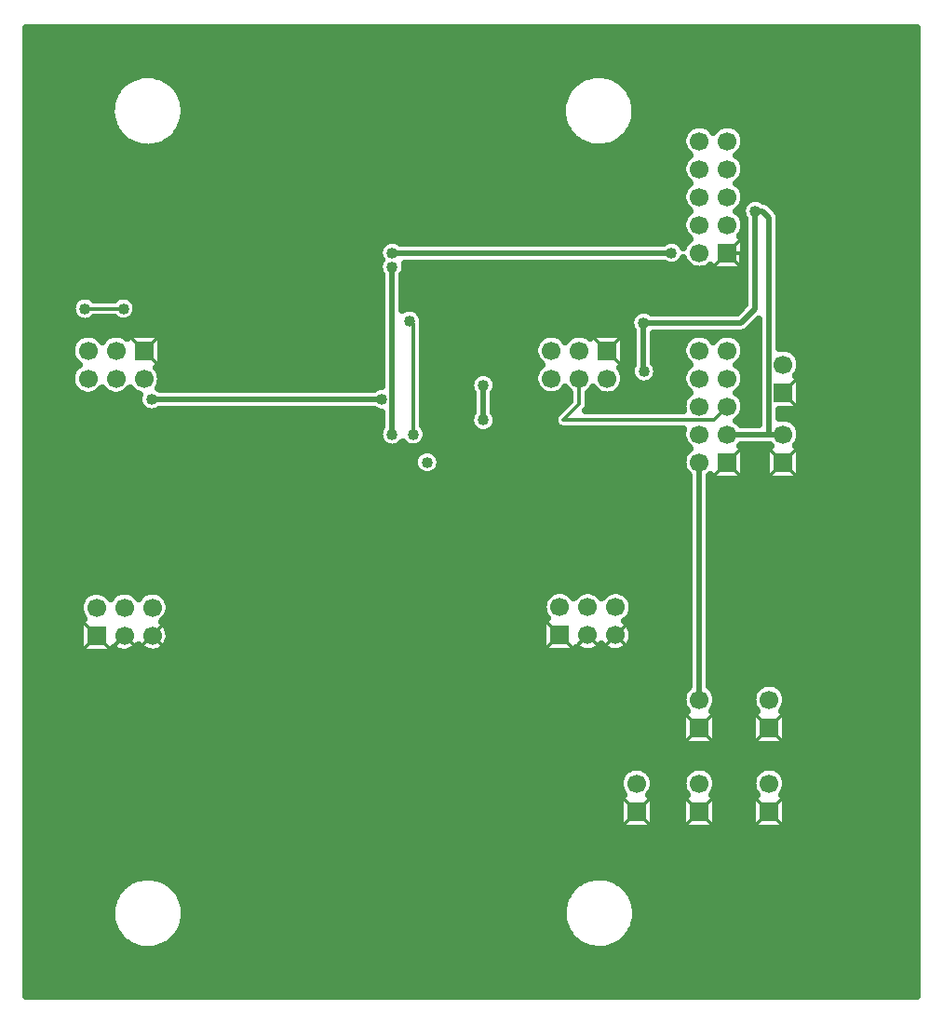
<source format=gbr>
G04 DipTrace 3.3.1.3*
G04 Bottom.gbr*
%MOIN*%
G04 #@! TF.FileFunction,Copper,L2,Bot*
G04 #@! TF.Part,Single*
G04 #@! TA.AperFunction,CopperBalancing*
%ADD14C,0.012992*%
G04 #@! TA.AperFunction,Conductor*
%ADD15C,0.02*%
G04 #@! TA.AperFunction,CopperBalancing*
%ADD16C,0.025*%
G04 #@! TA.AperFunction,ComponentPad*
%ADD19R,0.066929X0.066929*%
%ADD20C,0.066929*%
G04 #@! TA.AperFunction,ViaPad*
%ADD22C,0.04*%
%FSLAX26Y26*%
G04*
G70*
G90*
G75*
G01*
G04 Bottom*
%LPD*%
X3043701Y3243701D2*
D15*
Y2893701D1*
X2993701Y2843701D1*
X2643701D1*
X2943701Y2443701D2*
X3143701D1*
X3043701Y3243701D2*
X3068701D1*
X3093701Y3218701D1*
Y2443701D1*
X3143701D1*
X2643701Y2843701D2*
Y2670669D1*
X2644685Y2669685D1*
X882185Y2569685D2*
X1707185D1*
X2069685Y2619685D2*
Y2494685D1*
X2843701Y2343701D2*
Y1493701D1*
X1743701Y3043701D2*
Y2443701D1*
Y3093701D2*
X2743701D1*
X2943701D2*
D14*
X2993701D1*
Y2993701D1*
X1818504Y2443701D2*
Y2837648D1*
X1806201Y2849951D1*
X2413845Y2643909D2*
Y2551345D1*
X2357185Y2494685D1*
X2894685D1*
X2943701Y2543701D1*
X643701Y2893701D2*
X781201D1*
D22*
X882185Y2569685D3*
X1707185D3*
X1743701Y3043701D3*
Y2443701D3*
Y3093701D3*
X2743701D3*
X1818504Y2443701D3*
X2993701Y2993701D3*
X3043701Y3243701D3*
X2643701Y2843701D3*
X1806201Y2849951D3*
X2069685Y2619685D3*
X781201Y2893701D3*
X643701D3*
X2069685Y2494685D3*
X2644685Y2669685D3*
X1868701Y2343701D3*
X434703Y3873655D2*
D16*
X3620417D1*
X434703Y3848786D2*
X3620417D1*
X434703Y3823917D2*
X3620417D1*
X434703Y3799049D2*
X3620417D1*
X434703Y3774180D2*
X3620417D1*
X434703Y3749311D2*
X3620417D1*
X434703Y3724442D2*
X821379D1*
X914438D2*
X2435629D1*
X2530663D2*
X3620417D1*
X434703Y3699573D2*
X779143D1*
X956675D2*
X2393967D1*
X2572324D2*
X3620417D1*
X434703Y3674705D2*
X757182D1*
X978635D2*
X2372186D1*
X2594106D2*
X3620417D1*
X434703Y3649836D2*
X744013D1*
X991841D2*
X2359088D1*
X2607203D2*
X3620417D1*
X434703Y3624967D2*
X736836D1*
X999017D2*
X2351983D1*
X2614308D2*
X3620417D1*
X434703Y3600098D2*
X734682D1*
X1001135D2*
X2349902D1*
X2616390D2*
X3620417D1*
X434703Y3575230D2*
X737302D1*
X998516D2*
X2352629D1*
X2613698D2*
X3620417D1*
X434703Y3550361D2*
X745017D1*
X990801D2*
X2360416D1*
X2605875D2*
X2821600D1*
X2865820D2*
X2921609D1*
X2965794D2*
X3620417D1*
X434703Y3525492D2*
X758904D1*
X976913D2*
X2374411D1*
X2591881D2*
X2790381D1*
X2997049D2*
X3620417D1*
X434703Y3500623D2*
X782050D1*
X953768D2*
X2397699D1*
X2568592D2*
X2781660D1*
X3005769D2*
X3620417D1*
X434703Y3475755D2*
X829058D1*
X906760D2*
X2445533D1*
X2520759D2*
X2783992D1*
X3003400D2*
X3620417D1*
X434703Y3450886D2*
X2799244D1*
X2988186D2*
X3620417D1*
X434703Y3426017D2*
X2790703D1*
X2996690D2*
X3620417D1*
X434703Y3401148D2*
X2781696D1*
X3005697D2*
X3620417D1*
X434703Y3376280D2*
X2783814D1*
X3003580D2*
X3620417D1*
X434703Y3351411D2*
X2798705D1*
X2988688D2*
X3620417D1*
X434703Y3326542D2*
X2791026D1*
X2996367D2*
X3620417D1*
X434703Y3301673D2*
X2781768D1*
X3005626D2*
X3620417D1*
X434703Y3276804D2*
X2783669D1*
X3086545D2*
X3620417D1*
X434703Y3251936D2*
X2798167D1*
X3114570D2*
X3620417D1*
X434703Y3227067D2*
X2791385D1*
X3131723D2*
X3620417D1*
X434703Y3202198D2*
X2781840D1*
X3132692D2*
X3620417D1*
X434703Y3177329D2*
X2783526D1*
X3132692D2*
X3620417D1*
X434703Y3152461D2*
X2797664D1*
X3132692D2*
X3620417D1*
X434703Y3127592D2*
X1709369D1*
X2778012D2*
X2791744D1*
X3132692D2*
X3620417D1*
X434703Y3102723D2*
X1695589D1*
X3132692D2*
X3620417D1*
X434703Y3077854D2*
X1697491D1*
X3132692D2*
X3620417D1*
X434703Y3052986D2*
X1695661D1*
X1791772D2*
X2718755D1*
X2768647D2*
X2797198D1*
X3132692D2*
X3620417D1*
X434703Y3028117D2*
X1697383D1*
X1790013D2*
X3004717D1*
X3132692D2*
X3620417D1*
X434703Y3003248D2*
X1704703D1*
X1782693D2*
X3004717D1*
X3132692D2*
X3620417D1*
X434703Y2978379D2*
X1704703D1*
X1782693D2*
X3004717D1*
X3132692D2*
X3620417D1*
X434703Y2953510D2*
X1704703D1*
X1782693D2*
X3004717D1*
X3132692D2*
X3620417D1*
X434703Y2928642D2*
X610524D1*
X676886D2*
X748031D1*
X814358D2*
X1704703D1*
X1782693D2*
X3004717D1*
X3132692D2*
X3620417D1*
X434703Y2903773D2*
X595811D1*
X829106D2*
X1704703D1*
X1782693D2*
X2999656D1*
X3132692D2*
X3620417D1*
X434703Y2878904D2*
X597139D1*
X827778D2*
X1704703D1*
X1845094D2*
X2610815D1*
X3132692D2*
X3620417D1*
X434703Y2854035D2*
X616946D1*
X670462D2*
X754455D1*
X807970D2*
X1704703D1*
X1854999D2*
X2595887D1*
X3132692D2*
X3620417D1*
X434703Y2829167D2*
X1704703D1*
X1853995D2*
X2597035D1*
X3033293D2*
X3054703D1*
X3132692D2*
X3620417D1*
X434703Y2804298D2*
X1704703D1*
X1853995D2*
X2604715D1*
X2682703D2*
X3054703D1*
X3132692D2*
X3620417D1*
X434703Y2779429D2*
X604638D1*
X917345D2*
X1704703D1*
X1853995D2*
X2263026D1*
X2576307D2*
X2604715D1*
X2682703D2*
X2793035D1*
X2994358D2*
X3054703D1*
X3132692D2*
X3620417D1*
X434703Y2754560D2*
X593514D1*
X917345D2*
X1704703D1*
X1853995D2*
X2252332D1*
X2576307D2*
X2604715D1*
X2682703D2*
X2782235D1*
X3005159D2*
X3054703D1*
X3132692D2*
X3620417D1*
X434703Y2729692D2*
X593980D1*
X917345D2*
X1704703D1*
X1853995D2*
X2253087D1*
X2576307D2*
X2604715D1*
X2682703D2*
X2782916D1*
X3004513D2*
X3054703D1*
X3194161D2*
X3620417D1*
X434703Y2704823D2*
X606289D1*
X917345D2*
X1704703D1*
X1853995D2*
X2265896D1*
X2576307D2*
X2604715D1*
X2682703D2*
X2795547D1*
X2991846D2*
X3054703D1*
X3205106D2*
X3620417D1*
X434703Y2679954D2*
X605033D1*
X904714D2*
X1704703D1*
X1853995D2*
X2263421D1*
X2564251D2*
X2596857D1*
X2692535D2*
X2793430D1*
X2993963D2*
X3054703D1*
X3204567D2*
X3620417D1*
X434703Y2655085D2*
X593622D1*
X916161D2*
X1704703D1*
X1853995D2*
X2037063D1*
X2102312D2*
X2252440D1*
X2575266D2*
X2598041D1*
X2691316D2*
X2782343D1*
X3005051D2*
X3054703D1*
X3192080D2*
X3620417D1*
X434703Y2630217D2*
X593837D1*
X915946D2*
X1704703D1*
X1853995D2*
X2021885D1*
X2117455D2*
X2252979D1*
X2574728D2*
X2617597D1*
X2671759D2*
X2782773D1*
X3004621D2*
X3054703D1*
X3206147D2*
X3620417D1*
X434703Y2605348D2*
X605858D1*
X1853995D2*
X2022961D1*
X2116416D2*
X2265430D1*
X2562240D2*
X2795117D1*
X2992277D2*
X3054703D1*
X3206147D2*
X3620417D1*
X434703Y2580479D2*
X834476D1*
X1853995D2*
X2030676D1*
X2108664D2*
X2378358D1*
X2449349D2*
X2793861D1*
X2993568D2*
X3054703D1*
X3206147D2*
X3620417D1*
X434703Y2555610D2*
X835374D1*
X1853995D2*
X2030676D1*
X2108664D2*
X2368957D1*
X2449349D2*
X2782450D1*
X3004979D2*
X3054703D1*
X3206147D2*
X3620417D1*
X434703Y2530741D2*
X854285D1*
X910097D2*
X1679298D1*
X1853995D2*
X2030676D1*
X2108664D2*
X2344088D1*
X2442100D2*
X2782665D1*
X3004728D2*
X3054703D1*
X3132692D2*
X3620417D1*
X434703Y2505873D2*
X1704703D1*
X1853995D2*
X2022064D1*
X2117312D2*
X2323634D1*
X2992707D2*
X3054703D1*
X3132692D2*
X3620417D1*
X434703Y2481004D2*
X1704703D1*
X1853995D2*
X2022745D1*
X2116631D2*
X2324675D1*
X2993138D2*
X3054703D1*
X3193156D2*
X3620417D1*
X434703Y2456135D2*
X1696415D1*
X1865801D2*
X2041190D1*
X2098186D2*
X2782558D1*
X3204854D2*
X3620417D1*
X434703Y2431266D2*
X1696415D1*
X1865801D2*
X2782558D1*
X3204854D2*
X3620417D1*
X434703Y2406398D2*
X1713459D1*
X1773937D2*
X1788243D1*
X1848755D2*
X2794256D1*
X2993138D2*
X3094247D1*
X3193156D2*
X3620417D1*
X434703Y2381529D2*
X1839161D1*
X1898240D2*
X2794686D1*
X3006164D2*
X3081257D1*
X3206147D2*
X3620417D1*
X434703Y2356660D2*
X1821543D1*
X1915858D2*
X2782665D1*
X3006164D2*
X3081257D1*
X3206147D2*
X3620417D1*
X434703Y2331791D2*
X1821256D1*
X1916146D2*
X2782450D1*
X3006164D2*
X3081257D1*
X3206147D2*
X3620417D1*
X434703Y2306923D2*
X1837762D1*
X1899639D2*
X2793861D1*
X3006164D2*
X3081257D1*
X3206147D2*
X3620417D1*
X434703Y2282054D2*
X2804698D1*
X2882686D2*
X3620417D1*
X434703Y2257185D2*
X2804698D1*
X2882686D2*
X3620417D1*
X434703Y2232316D2*
X2804698D1*
X2882686D2*
X3620417D1*
X434703Y2207448D2*
X2804698D1*
X2882686D2*
X3620417D1*
X434703Y2182579D2*
X2804698D1*
X2882686D2*
X3620417D1*
X434703Y2157710D2*
X2804698D1*
X2882686D2*
X3620417D1*
X434703Y2132841D2*
X2804698D1*
X2882686D2*
X3620417D1*
X434703Y2107972D2*
X2804698D1*
X2882686D2*
X3620417D1*
X434703Y2083104D2*
X2804698D1*
X2882686D2*
X3620417D1*
X434703Y2058235D2*
X2804698D1*
X2882686D2*
X3620417D1*
X434703Y2033366D2*
X2804698D1*
X2882686D2*
X3620417D1*
X434703Y2008497D2*
X2804698D1*
X2882686D2*
X3620417D1*
X434703Y1983629D2*
X2804698D1*
X2882686D2*
X3620417D1*
X434703Y1958760D2*
X2804698D1*
X2882686D2*
X3620417D1*
X434703Y1933891D2*
X2804698D1*
X2882686D2*
X3620417D1*
X434703Y1909022D2*
X2804698D1*
X2882686D2*
X3620417D1*
X434703Y1884154D2*
X2332175D1*
X2355152D2*
X2432184D1*
X2455163D2*
X2532193D1*
X2555172D2*
X2804698D1*
X2882686D2*
X3620417D1*
X434703Y1859285D2*
X634207D1*
X935287D2*
X2292056D1*
X2595255D2*
X2804698D1*
X2882686D2*
X3620417D1*
X434703Y1834416D2*
X623298D1*
X946196D2*
X2281972D1*
X2605373D2*
X2804698D1*
X2882686D2*
X3620417D1*
X434703Y1809547D2*
X623908D1*
X945587D2*
X2283193D1*
X2604117D2*
X2804698D1*
X2882686D2*
X3620417D1*
X434703Y1784678D2*
X636467D1*
X933026D2*
X2281219D1*
X2590661D2*
X2804698D1*
X2882686D2*
X3620417D1*
X434703Y1759810D2*
X622294D1*
X934892D2*
X2281219D1*
X2594895D2*
X2804698D1*
X2882686D2*
X3620417D1*
X434703Y1734941D2*
X622294D1*
X946088D2*
X2281219D1*
X2605265D2*
X2804698D1*
X2882686D2*
X3620417D1*
X434703Y1710072D2*
X622294D1*
X945694D2*
X2281219D1*
X2604261D2*
X2804698D1*
X2882686D2*
X3620417D1*
X434703Y1685203D2*
X622294D1*
X933457D2*
X2281219D1*
X2591127D2*
X2804698D1*
X2882686D2*
X3620417D1*
X434703Y1660335D2*
X2804698D1*
X2882686D2*
X3620417D1*
X434703Y1635466D2*
X2804698D1*
X2882686D2*
X3620417D1*
X434703Y1610597D2*
X2804698D1*
X2882686D2*
X3620417D1*
X434703Y1585728D2*
X2804698D1*
X2882686D2*
X3620417D1*
X434703Y1560860D2*
X2804698D1*
X2882686D2*
X3620417D1*
X434703Y1535991D2*
X2798705D1*
X2888715D2*
X3048710D1*
X3138720D2*
X3620417D1*
X434703Y1511122D2*
X2783814D1*
X2903571D2*
X3033819D1*
X3153576D2*
X3620417D1*
X434703Y1486253D2*
X2781696D1*
X2905688D2*
X3031701D1*
X3155693D2*
X3620417D1*
X434703Y1461385D2*
X2790703D1*
X2896717D2*
X3040709D1*
X3146686D2*
X3620417D1*
X434703Y1436516D2*
X2781230D1*
X2906155D2*
X3031235D1*
X3156160D2*
X3620417D1*
X434703Y1411647D2*
X2781230D1*
X2906155D2*
X3031235D1*
X3156160D2*
X3620417D1*
X434703Y1386778D2*
X2781230D1*
X2906155D2*
X3031235D1*
X3156160D2*
X3620417D1*
X434703Y1361909D2*
X2781230D1*
X2906155D2*
X3031235D1*
X3156160D2*
X3620417D1*
X434703Y1337041D2*
X2781230D1*
X2906155D2*
X3031235D1*
X3156160D2*
X3620417D1*
X434703Y1312172D2*
X3620417D1*
X434703Y1287303D2*
X3620417D1*
X434703Y1262434D2*
X3620417D1*
X434703Y1237566D2*
X2575327D1*
X2662071D2*
X2800320D1*
X2887064D2*
X3050325D1*
X3137070D2*
X3620417D1*
X434703Y1212697D2*
X2559322D1*
X2678075D2*
X2784316D1*
X2903068D2*
X3034320D1*
X3153073D2*
X3620417D1*
X434703Y1187828D2*
X2556522D1*
X2680874D2*
X2781517D1*
X2905867D2*
X3031522D1*
X3155873D2*
X3620417D1*
X434703Y1162959D2*
X2564740D1*
X2672692D2*
X2789734D1*
X2897686D2*
X3039739D1*
X3147692D2*
X3620417D1*
X434703Y1138091D2*
X2556236D1*
X2681160D2*
X2781230D1*
X2906155D2*
X3031235D1*
X3156160D2*
X3620417D1*
X434703Y1113222D2*
X2556236D1*
X2681160D2*
X2781230D1*
X2906155D2*
X3031235D1*
X3156160D2*
X3620417D1*
X434703Y1088353D2*
X2556236D1*
X2681160D2*
X2781230D1*
X2906155D2*
X3031235D1*
X3156160D2*
X3620417D1*
X434703Y1063484D2*
X2556236D1*
X2681160D2*
X2781230D1*
X2906155D2*
X3031235D1*
X3156160D2*
X3620417D1*
X434703Y1038615D2*
X2556236D1*
X2681160D2*
X2781230D1*
X2906155D2*
X3031235D1*
X3156160D2*
X3620417D1*
X434703Y1013747D2*
X3620417D1*
X434703Y988878D2*
X3620417D1*
X434703Y964009D2*
X3620417D1*
X434703Y939140D2*
X3620417D1*
X434703Y914272D2*
X3620417D1*
X434703Y889403D2*
X3620417D1*
X434703Y864534D2*
X3620417D1*
X434703Y839665D2*
X796870D1*
X941639D2*
X2412197D1*
X2557970D2*
X3620417D1*
X434703Y814797D2*
X767948D1*
X970562D2*
X2383490D1*
X2586642D2*
X3620417D1*
X434703Y789928D2*
X750974D1*
X987534D2*
X2366660D1*
X2603508D2*
X3620417D1*
X434703Y765059D2*
X741034D1*
X997475D2*
X2356756D1*
X2613375D2*
X3620417D1*
X434703Y740190D2*
X736476D1*
X1002031D2*
X2352270D1*
X2617896D2*
X3620417D1*
X434703Y715322D2*
X736764D1*
X1001745D2*
X2352593D1*
X2617538D2*
X3620417D1*
X434703Y690453D2*
X741860D1*
X996613D2*
X2357797D1*
X2612370D2*
X3620417D1*
X434703Y665584D2*
X752517D1*
X985992D2*
X2368525D1*
X2601642D2*
X3620417D1*
X434703Y640715D2*
X770495D1*
X968013D2*
X2386612D1*
X2583555D2*
X3620417D1*
X434703Y615846D2*
X801571D1*
X936938D2*
X2417938D1*
X2552228D2*
X3620417D1*
X434703Y590978D2*
X3620417D1*
X434703Y566109D2*
X3620417D1*
X434703Y541240D2*
X3620417D1*
X434703Y516371D2*
X3620417D1*
X434703Y491503D2*
X3620417D1*
X434703Y466634D2*
X3620417D1*
X434703Y441765D2*
X3620417D1*
X998332Y3592160D2*
X997366Y3583026D1*
X995761Y3573983D1*
X993525Y3565075D1*
X990669Y3556346D1*
X987207Y3547839D1*
X983157Y3539596D1*
X978538Y3531657D1*
X973373Y3524063D1*
X967688Y3516849D1*
X961510Y3510054D1*
X954870Y3503707D1*
X947802Y3497844D1*
X940339Y3492491D1*
X932518Y3487675D1*
X924378Y3483419D1*
X915961Y3479745D1*
X907306Y3476673D1*
X898457Y3474215D1*
X889455Y3472385D1*
X880349Y3471190D1*
X871181Y3470638D1*
X861997Y3470731D1*
X852843Y3471469D1*
X843762Y3472846D1*
X834801Y3474860D1*
X826003Y3477496D1*
X817412Y3480744D1*
X809071Y3484588D1*
X801020Y3489007D1*
X793298Y3493980D1*
X785945Y3499483D1*
X778996Y3505490D1*
X772487Y3511969D1*
X766448Y3518888D1*
X760909Y3526215D1*
X755899Y3533913D1*
X751442Y3541944D1*
X747559Y3550266D1*
X744272Y3558843D1*
X741593Y3567627D1*
X739538Y3576579D1*
X738117Y3585654D1*
X737336Y3594804D1*
X737198Y3603988D1*
X737707Y3613159D1*
X738858Y3622270D1*
X740646Y3631280D1*
X743062Y3640140D1*
X746094Y3648810D1*
X749728Y3657244D1*
X753945Y3665404D1*
X758723Y3673247D1*
X764041Y3680736D1*
X769871Y3687832D1*
X776186Y3694501D1*
X782953Y3700711D1*
X790139Y3706432D1*
X797709Y3711633D1*
X805626Y3716289D1*
X813849Y3720378D1*
X822340Y3723881D1*
X831055Y3726777D1*
X839953Y3729055D1*
X848988Y3730703D1*
X858117Y3731713D1*
X867294Y3732079D1*
X876475Y3731799D1*
X885613Y3730877D1*
X894663Y3729314D1*
X903581Y3727121D1*
X912324Y3724306D1*
X920848Y3720885D1*
X929110Y3716874D1*
X937070Y3712293D1*
X944689Y3707163D1*
X951929Y3701512D1*
X958755Y3695366D1*
X965131Y3688757D1*
X971029Y3681715D1*
X976417Y3674278D1*
X981270Y3666480D1*
X985564Y3658361D1*
X989277Y3649961D1*
X992391Y3641320D1*
X994891Y3632483D1*
X996764Y3623492D1*
X998001Y3614391D1*
X998655Y3601339D1*
X998332Y3592160D1*
X2613568Y3592514D2*
X2612602Y3583381D1*
X2610997Y3574337D1*
X2608761Y3565429D1*
X2605906Y3556701D1*
X2602444Y3548193D1*
X2598394Y3539950D1*
X2593774Y3532012D1*
X2588609Y3524417D1*
X2582924Y3517203D1*
X2576747Y3510408D1*
X2570106Y3504062D1*
X2563038Y3498198D1*
X2555575Y3492845D1*
X2547755Y3488029D1*
X2539614Y3483773D1*
X2531197Y3480100D1*
X2522542Y3477028D1*
X2513693Y3474570D1*
X2504692Y3472739D1*
X2495585Y3471545D1*
X2486417Y3470992D1*
X2477234Y3471085D1*
X2468079Y3471823D1*
X2458999Y3473201D1*
X2450037Y3475214D1*
X2441239Y3477850D1*
X2432648Y3481098D1*
X2424307Y3484942D1*
X2416256Y3489361D1*
X2408534Y3494335D1*
X2401181Y3499837D1*
X2394232Y3505844D1*
X2387723Y3512323D1*
X2381684Y3519243D1*
X2376146Y3526570D1*
X2371135Y3534268D1*
X2366678Y3542298D1*
X2362795Y3550621D1*
X2359508Y3559197D1*
X2356829Y3567982D1*
X2354774Y3576933D1*
X2353353Y3586008D1*
X2352572Y3595159D1*
X2352434Y3604343D1*
X2352944Y3613513D1*
X2354094Y3622625D1*
X2355882Y3631634D1*
X2358298Y3640495D1*
X2361331Y3649164D1*
X2364965Y3657598D1*
X2369181Y3665759D1*
X2373959Y3673601D1*
X2379277Y3681091D1*
X2385108Y3688186D1*
X2391423Y3694856D1*
X2398189Y3701066D1*
X2405375Y3706786D1*
X2412945Y3711987D1*
X2420862Y3716643D1*
X2429085Y3720732D1*
X2437576Y3724235D1*
X2446291Y3727131D1*
X2455189Y3729409D1*
X2464224Y3731058D1*
X2473353Y3732067D1*
X2482530Y3732433D1*
X2491711Y3732154D1*
X2500849Y3731231D1*
X2509899Y3729668D1*
X2518818Y3727475D1*
X2527560Y3724660D1*
X2536084Y3721239D1*
X2544346Y3717228D1*
X2552306Y3712647D1*
X2559925Y3707517D1*
X2567165Y3701866D1*
X2573991Y3695720D1*
X2580367Y3689112D1*
X2586265Y3682070D1*
X2591654Y3674633D1*
X2596507Y3666835D1*
X2600801Y3658715D1*
X2604513Y3650315D1*
X2607627Y3641675D1*
X2610127Y3632837D1*
X2612000Y3623846D1*
X2613238Y3614745D1*
X2613891Y3601693D1*
X2613568Y3592514D1*
X2615497Y720310D2*
X2614531Y711176D1*
X2612927Y702133D1*
X2610690Y693224D1*
X2607835Y684496D1*
X2604373Y675988D1*
X2600323Y667745D1*
X2595703Y659807D1*
X2590538Y652213D1*
X2584853Y644999D1*
X2578676Y638203D1*
X2572035Y631857D1*
X2564967Y625993D1*
X2557504Y620640D1*
X2549684Y615824D1*
X2541543Y611568D1*
X2533126Y607895D1*
X2524471Y604823D1*
X2515622Y602365D1*
X2506621Y600534D1*
X2497514Y599340D1*
X2488346Y598787D1*
X2479163Y598881D1*
X2470008Y599618D1*
X2460928Y600996D1*
X2451966Y603009D1*
X2443168Y605646D1*
X2434577Y608894D1*
X2426236Y612738D1*
X2418185Y617156D1*
X2410463Y622130D1*
X2403110Y627633D1*
X2396161Y633639D1*
X2389652Y640118D1*
X2383613Y647038D1*
X2378075Y654365D1*
X2373064Y662063D1*
X2368608Y670093D1*
X2364724Y678416D1*
X2361437Y686992D1*
X2358759Y695777D1*
X2356703Y704728D1*
X2355282Y713803D1*
X2354501Y722954D1*
X2354364Y732138D1*
X2354873Y741308D1*
X2356024Y750420D1*
X2357811Y759429D1*
X2360227Y768290D1*
X2363260Y776959D1*
X2366894Y785394D1*
X2371110Y793554D1*
X2375888Y801396D1*
X2381206Y808886D1*
X2387037Y815982D1*
X2393352Y822651D1*
X2400118Y828861D1*
X2407304Y834581D1*
X2414874Y839782D1*
X2422791Y844438D1*
X2431014Y848528D1*
X2439505Y852030D1*
X2448220Y854927D1*
X2457118Y857205D1*
X2466154Y858853D1*
X2475282Y859862D1*
X2484459Y860228D1*
X2493640Y859949D1*
X2502778Y859026D1*
X2511828Y857463D1*
X2520747Y855270D1*
X2529490Y852455D1*
X2538013Y849034D1*
X2546276Y845024D1*
X2554235Y840442D1*
X2561854Y835312D1*
X2569094Y829661D1*
X2575920Y823516D1*
X2582297Y816907D1*
X2588194Y809865D1*
X2593583Y802428D1*
X2598436Y794630D1*
X2602730Y786510D1*
X2606442Y778110D1*
X2609556Y769470D1*
X2612056Y760633D1*
X2613929Y751642D1*
X2615167Y742541D1*
X2615820Y729488D1*
X2615497Y720310D1*
X999671Y719995D2*
X998705Y710861D1*
X997100Y701818D1*
X994864Y692909D1*
X992008Y684181D1*
X988546Y675673D1*
X984496Y667430D1*
X979877Y659492D1*
X974711Y651898D1*
X969026Y644684D1*
X962849Y637888D1*
X956209Y631542D1*
X949140Y625678D1*
X941677Y620325D1*
X933857Y615509D1*
X925717Y611253D1*
X917299Y607580D1*
X908644Y604508D1*
X899795Y602050D1*
X890794Y600219D1*
X881688Y599025D1*
X872520Y598472D1*
X863336Y598566D1*
X854181Y599303D1*
X845101Y600681D1*
X836139Y602694D1*
X827341Y605331D1*
X818751Y608579D1*
X810409Y612423D1*
X802358Y616841D1*
X794636Y621815D1*
X787283Y627318D1*
X780335Y633324D1*
X773825Y639803D1*
X767786Y646723D1*
X762248Y654050D1*
X757238Y661748D1*
X752781Y669778D1*
X748898Y678101D1*
X745610Y686677D1*
X742932Y695462D1*
X740877Y704413D1*
X739455Y713488D1*
X738675Y722639D1*
X738537Y731823D1*
X739046Y740993D1*
X740197Y750105D1*
X741984Y759114D1*
X744400Y767975D1*
X747433Y776644D1*
X751067Y785079D1*
X755283Y793239D1*
X760062Y801081D1*
X765379Y808571D1*
X771210Y815667D1*
X777525Y822336D1*
X784291Y828546D1*
X791478Y834266D1*
X799047Y839467D1*
X806965Y844123D1*
X815188Y848213D1*
X823678Y851715D1*
X832394Y854612D1*
X841291Y856890D1*
X850327Y858538D1*
X859455Y859547D1*
X868633Y859913D1*
X877814Y859634D1*
X886951Y858711D1*
X896001Y857148D1*
X904920Y854955D1*
X913663Y852140D1*
X922186Y848719D1*
X930449Y844709D1*
X938408Y840127D1*
X946028Y834997D1*
X953268Y829346D1*
X960093Y823201D1*
X966470Y816592D1*
X972367Y809550D1*
X977756Y802113D1*
X982609Y794315D1*
X986903Y786196D1*
X990615Y777795D1*
X993730Y769155D1*
X996230Y760318D1*
X998102Y751327D1*
X999340Y742226D1*
X999993Y729173D1*
X999671Y719995D1*
X2455726Y2803866D2*
X2573802D1*
Y2683953D1*
X2558465D1*
X2562352Y2679151D1*
X2567266Y2671129D1*
X2570867Y2662437D1*
X2573064Y2653289D1*
X2573802Y2643909D1*
X2573064Y2634530D1*
X2570867Y2625382D1*
X2567266Y2616690D1*
X2562352Y2608668D1*
X2556241Y2601513D1*
X2549087Y2595403D1*
X2541064Y2590488D1*
X2532373Y2586887D1*
X2523224Y2584690D1*
X2513845Y2583953D1*
X2504466Y2584690D1*
X2495318Y2586887D1*
X2486626Y2590488D1*
X2478604Y2595403D1*
X2471449Y2601513D1*
X2465339Y2608668D1*
X2463878Y2610854D1*
X2459437Y2604971D1*
X2452783Y2598318D1*
X2446839Y2593902D1*
X2446732Y2548757D1*
X2445923Y2543644D1*
X2444323Y2538720D1*
X2441972Y2534109D1*
X2438929Y2529921D1*
X2436841Y2527689D1*
X2785894Y2527673D1*
X2784482Y2534322D1*
X2783744Y2543701D1*
X2784482Y2553080D1*
X2786678Y2562228D1*
X2790280Y2570920D1*
X2795194Y2578942D1*
X2801304Y2586097D1*
X2808459Y2592207D1*
X2810646Y2593668D1*
X2804762Y2598109D1*
X2798109Y2604762D1*
X2792579Y2612374D1*
X2788308Y2620756D1*
X2785400Y2629705D1*
X2783929Y2638996D1*
Y2648406D1*
X2785400Y2657697D1*
X2788308Y2666646D1*
X2792579Y2675028D1*
X2798109Y2682639D1*
X2804762Y2689293D1*
X2810646Y2693668D1*
X2804762Y2698109D1*
X2798109Y2704762D1*
X2792579Y2712374D1*
X2788308Y2720756D1*
X2785400Y2729705D1*
X2783929Y2738996D1*
Y2748406D1*
X2785400Y2757697D1*
X2788308Y2766646D1*
X2792579Y2775028D1*
X2798109Y2782639D1*
X2804762Y2789293D1*
X2812374Y2794823D1*
X2820756Y2799093D1*
X2829705Y2802001D1*
X2838996Y2803472D1*
X2848406D1*
X2857697Y2802001D1*
X2866646Y2799093D1*
X2875028Y2794823D1*
X2882639Y2789293D1*
X2889293Y2782639D1*
X2893668Y2776756D1*
X2898109Y2782639D1*
X2904762Y2789293D1*
X2912374Y2794823D1*
X2920756Y2799093D1*
X2929705Y2802001D1*
X2938996Y2803472D1*
X2948406D1*
X2957697Y2802001D1*
X2966646Y2799093D1*
X2975028Y2794823D1*
X2982639Y2789293D1*
X2989293Y2782639D1*
X2994823Y2775028D1*
X2999093Y2766646D1*
X3002001Y2757697D1*
X3003472Y2748406D1*
Y2738996D1*
X3002001Y2729705D1*
X2999093Y2720756D1*
X2994823Y2712374D1*
X2989293Y2704762D1*
X2982639Y2698109D1*
X2976756Y2693734D1*
X2982639Y2689293D1*
X2989293Y2682639D1*
X2994823Y2675028D1*
X2999093Y2666646D1*
X3002001Y2657697D1*
X3003472Y2648406D1*
Y2638996D1*
X3002001Y2629705D1*
X2999093Y2620756D1*
X2994823Y2612374D1*
X2989293Y2604762D1*
X2982639Y2598109D1*
X2976756Y2593734D1*
X2982639Y2589293D1*
X2989293Y2582639D1*
X2994823Y2575028D1*
X2999093Y2566646D1*
X3002001Y2557697D1*
X3003472Y2548406D1*
Y2538996D1*
X3002001Y2529705D1*
X2999093Y2520756D1*
X2994823Y2512374D1*
X2989293Y2504762D1*
X2982639Y2498109D1*
X2976756Y2493734D1*
X2982639Y2489293D1*
X2989293Y2482639D1*
X2991217Y2480199D1*
X3057202Y2480193D1*
X3057209Y2855615D1*
X3017400Y2815951D1*
X3012768Y2812587D1*
X3007665Y2809987D1*
X3002219Y2808217D1*
X2996564Y2807322D1*
X2947769Y2807209D1*
X2680181D1*
X2680193Y2699698D1*
X2684325Y2693978D1*
X2687638Y2687476D1*
X2689892Y2680538D1*
X2691034Y2673333D1*
Y2666037D1*
X2689892Y2658832D1*
X2687638Y2651894D1*
X2684325Y2645392D1*
X2680038Y2639491D1*
X2674879Y2634332D1*
X2668978Y2630045D1*
X2662476Y2626732D1*
X2655538Y2624478D1*
X2648333Y2623336D1*
X2641037D1*
X2633832Y2624478D1*
X2626894Y2626732D1*
X2620392Y2630045D1*
X2614491Y2634332D1*
X2609332Y2639491D1*
X2605045Y2645392D1*
X2601732Y2651894D1*
X2599478Y2658832D1*
X2598336Y2666037D1*
Y2673333D1*
X2599478Y2680538D1*
X2601732Y2687476D1*
X2605045Y2693978D1*
X2607205Y2697180D1*
X2607209Y2814888D1*
X2604060Y2819408D1*
X2600748Y2825909D1*
X2598493Y2832848D1*
X2597352Y2840052D1*
Y2847349D1*
X2598493Y2854554D1*
X2600748Y2861492D1*
X2604060Y2867993D1*
X2608348Y2873895D1*
X2613507Y2879054D1*
X2619408Y2883341D1*
X2625909Y2886654D1*
X2632848Y2888908D1*
X2640052Y2890050D1*
X2647349D1*
X2654554Y2888908D1*
X2661492Y2886654D1*
X2667993Y2883341D1*
X2672450Y2880193D1*
X2978608D1*
X3007201Y2908808D1*
X3007209Y3214900D1*
X3004060Y3219408D1*
X3000748Y3225909D1*
X2998493Y3232848D1*
X2997352Y3240052D1*
Y3247349D1*
X2998493Y3254554D1*
X3000748Y3261492D1*
X3004060Y3267993D1*
X3008348Y3273895D1*
X3013507Y3279054D1*
X3019408Y3283341D1*
X3025909Y3286654D1*
X3032848Y3288908D1*
X3040052Y3290050D1*
X3047349D1*
X3054554Y3288908D1*
X3061492Y3286654D1*
X3067993Y3283341D1*
X3072741Y3279963D1*
X3077219Y3279185D1*
X3082665Y3277415D1*
X3087768Y3274815D1*
X3092400Y3271450D1*
X3119505Y3244505D1*
X3123223Y3240151D1*
X3126215Y3235268D1*
X3128407Y3229978D1*
X3129744Y3224409D1*
X3130193Y3218701D1*
Y2752098D1*
X3138996Y2753472D1*
X3148406D1*
X3157697Y2752001D1*
X3166646Y2749093D1*
X3175028Y2744823D1*
X3182639Y2739293D1*
X3189293Y2732639D1*
X3194823Y2725028D1*
X3199093Y2716646D1*
X3202001Y2707697D1*
X3203472Y2698406D1*
Y2688996D1*
X3202001Y2679705D1*
X3199093Y2670756D1*
X3194823Y2662374D1*
X3189293Y2654762D1*
X3188469Y2653657D1*
X3203657D1*
Y2533744D1*
X3130189D1*
X3130193Y2502130D1*
X3138996Y2503472D1*
X3148406D1*
X3157697Y2502001D1*
X3166646Y2499093D1*
X3175028Y2494823D1*
X3182639Y2489293D1*
X3189293Y2482639D1*
X3194823Y2475028D1*
X3199093Y2466646D1*
X3202001Y2457697D1*
X3203472Y2448406D1*
Y2438996D1*
X3202001Y2429705D1*
X3199093Y2420756D1*
X3194823Y2412374D1*
X3189293Y2404762D1*
X3188469Y2403657D1*
X3203657D1*
Y2283744D1*
X3083744D1*
Y2403657D1*
X3099081D1*
X3096185Y2407202D1*
X2991301Y2407209D1*
X2988469Y2403657D1*
X3003657D1*
Y2283744D1*
X2883744D1*
Y2299081D1*
X2880199Y2296185D1*
X2880193Y1541294D1*
X2886097Y1536097D1*
X2892207Y1528942D1*
X2897122Y1520920D1*
X2900723Y1512228D1*
X2902920Y1503080D1*
X2903657Y1493701D1*
X2902920Y1484322D1*
X2900723Y1475173D1*
X2897122Y1466482D1*
X2892207Y1458459D1*
X2888281Y1453668D1*
X2903657Y1453657D1*
Y1333744D1*
X2783744D1*
Y1453657D1*
X2799081D1*
X2795194Y1458459D1*
X2790280Y1466482D1*
X2786678Y1475173D1*
X2784482Y1484322D1*
X2783744Y1493701D1*
X2784482Y1503080D1*
X2786678Y1512228D1*
X2790280Y1520920D1*
X2795194Y1528942D1*
X2801304Y1536097D1*
X2807202Y1541217D1*
X2807209Y2296108D1*
X2801304Y2301304D1*
X2795194Y2308459D1*
X2790280Y2316482D1*
X2786678Y2325173D1*
X2784482Y2334322D1*
X2783744Y2343701D1*
X2784482Y2353080D1*
X2786678Y2362228D1*
X2790280Y2370920D1*
X2795194Y2378942D1*
X2801304Y2386097D1*
X2808459Y2392207D1*
X2810646Y2393668D1*
X2804762Y2398109D1*
X2798109Y2404762D1*
X2792579Y2412374D1*
X2788308Y2420756D1*
X2785400Y2429705D1*
X2783929Y2438996D1*
Y2448406D1*
X2785400Y2457697D1*
X2786524Y2461680D1*
X2354597Y2461798D1*
X2349484Y2462608D1*
X2344560Y2464207D1*
X2339949Y2466558D1*
X2335761Y2469601D1*
X2332101Y2473261D1*
X2329058Y2477449D1*
X2326707Y2482060D1*
X2325108Y2486984D1*
X2324298Y2492097D1*
Y2497273D1*
X2325108Y2502386D1*
X2326707Y2507310D1*
X2329058Y2511921D1*
X2332101Y2516109D1*
X2379329Y2563482D1*
X2380877Y2565029D1*
X2380857Y2593867D1*
X2374907Y2598318D1*
X2368253Y2604971D1*
X2363878Y2610854D1*
X2359437Y2604971D1*
X2352783Y2598318D1*
X2345172Y2592787D1*
X2336790Y2588517D1*
X2327841Y2585609D1*
X2318550Y2584138D1*
X2309140D1*
X2299849Y2585609D1*
X2290900Y2588517D1*
X2282518Y2592787D1*
X2274907Y2598318D1*
X2268253Y2604971D1*
X2262723Y2612583D1*
X2258453Y2620965D1*
X2255545Y2629913D1*
X2254073Y2639205D1*
Y2648614D1*
X2255545Y2657906D1*
X2258453Y2666854D1*
X2262723Y2675236D1*
X2268253Y2682848D1*
X2274907Y2689501D1*
X2280790Y2693877D1*
X2274907Y2698318D1*
X2268253Y2704971D1*
X2262723Y2712583D1*
X2258453Y2720965D1*
X2255545Y2729913D1*
X2254073Y2739205D1*
Y2748614D1*
X2255545Y2757906D1*
X2258453Y2766854D1*
X2262723Y2775236D1*
X2268253Y2782848D1*
X2274907Y2789501D1*
X2282518Y2795031D1*
X2290900Y2799302D1*
X2299849Y2802210D1*
X2309140Y2803681D1*
X2318550D1*
X2327841Y2802210D1*
X2336790Y2799302D1*
X2345172Y2795031D1*
X2352783Y2789501D1*
X2359437Y2782848D1*
X2363812Y2776965D1*
X2368253Y2782848D1*
X2374907Y2789501D1*
X2382518Y2795031D1*
X2390900Y2799302D1*
X2399849Y2802210D1*
X2409140Y2803681D1*
X2418550D1*
X2427841Y2802210D1*
X2436790Y2799302D1*
X2445172Y2795031D1*
X2452783Y2789501D1*
X2453888Y2788677D1*
Y2803866D1*
X2455726D1*
X2285551Y1784832D2*
X2299051D1*
X2295164Y1789634D1*
X2290249Y1797656D1*
X2286648Y1806348D1*
X2284451Y1815496D1*
X2283714Y1824875D1*
X2284451Y1834255D1*
X2286648Y1843403D1*
X2290249Y1852094D1*
X2295164Y1860117D1*
X2301274Y1867272D1*
X2308429Y1873382D1*
X2316451Y1878297D1*
X2325143Y1881898D1*
X2334291Y1884094D1*
X2343671Y1884832D1*
X2353050Y1884094D1*
X2362198Y1881898D1*
X2370890Y1878297D1*
X2378912Y1873382D1*
X2386067Y1867272D1*
X2392177Y1860117D1*
X2393638Y1857930D1*
X2398079Y1863814D1*
X2404732Y1870467D1*
X2412344Y1875997D1*
X2420726Y1880268D1*
X2429675Y1883176D1*
X2438966Y1884647D1*
X2448375D1*
X2457667Y1883176D1*
X2466615Y1880268D1*
X2474997Y1875997D1*
X2482609Y1870467D1*
X2489262Y1863814D1*
X2493638Y1857930D1*
X2498079Y1863814D1*
X2504732Y1870467D1*
X2512344Y1875997D1*
X2520726Y1880268D1*
X2529675Y1883176D1*
X2538966Y1884647D1*
X2548375D1*
X2557667Y1883176D1*
X2566615Y1880268D1*
X2574997Y1875997D1*
X2582609Y1870467D1*
X2589262Y1863814D1*
X2594793Y1856202D1*
X2599063Y1847820D1*
X2601971Y1838871D1*
X2603442Y1829580D1*
Y1820171D1*
X2601971Y1810879D1*
X2599063Y1801930D1*
X2594793Y1793549D1*
X2589262Y1785937D1*
X2582609Y1779283D1*
X2576726Y1774908D1*
X2582819Y1770286D1*
X2588077Y1765159D1*
X2592671Y1759428D1*
X2596528Y1753177D1*
X2599591Y1746503D1*
X2601815Y1739503D1*
X2603168Y1732283D1*
X2603627Y1724875D1*
X2603177Y1717545D1*
X2601835Y1710324D1*
X2599619Y1703322D1*
X2596564Y1696643D1*
X2592715Y1690387D1*
X2588131Y1684650D1*
X2582879Y1679516D1*
X2577038Y1675062D1*
X2570698Y1671356D1*
X2563951Y1668453D1*
X2556900Y1666396D1*
X2549651Y1665218D1*
X2542312Y1664934D1*
X2534993Y1665550D1*
X2527806Y1667056D1*
X2520856Y1669429D1*
X2514247Y1672635D1*
X2508080Y1676625D1*
X2502448Y1681337D1*
X2497434Y1686705D1*
X2493671Y1691799D1*
X2489343Y1686030D1*
X2484251Y1680738D1*
X2478550Y1676108D1*
X2472325Y1672209D1*
X2465671Y1669101D1*
X2458686Y1666829D1*
X2451476Y1665429D1*
X2444150Y1664920D1*
X2436815Y1665312D1*
X2429584Y1666597D1*
X2422564Y1668756D1*
X2415861Y1671759D1*
X2409576Y1675556D1*
X2403627Y1680256D1*
Y1664919D1*
X2283714D1*
Y1784832D1*
X2285551D1*
X796770Y2803118D2*
X914846D1*
Y2683205D1*
X899509D1*
X903396Y2678403D1*
X908311Y2670381D1*
X911912Y2661689D1*
X914109Y2652541D1*
X914846Y2643161D1*
X914109Y2633782D1*
X911912Y2624634D1*
X908311Y2615942D1*
X904938Y2610228D1*
X910934Y2606177D1*
X1678348D1*
X1682892Y2609325D1*
X1689394Y2612638D1*
X1696332Y2614892D1*
X1703537Y2616034D1*
X1707199Y2616177D1*
X1707209Y3014869D1*
X1704060Y3019408D1*
X1700748Y3025909D1*
X1698493Y3032848D1*
X1697352Y3040052D1*
Y3047349D1*
X1698493Y3054554D1*
X1700748Y3061492D1*
X1704512Y3068669D1*
X1700748Y3075909D1*
X1698493Y3082848D1*
X1697352Y3090052D1*
Y3097349D1*
X1698493Y3104554D1*
X1700748Y3111492D1*
X1704060Y3117993D1*
X1708348Y3123895D1*
X1713507Y3129054D1*
X1719408Y3133341D1*
X1725909Y3136654D1*
X1732848Y3138908D1*
X1740052Y3140050D1*
X1747349D1*
X1754554Y3138908D1*
X1761492Y3136654D1*
X1767993Y3133341D1*
X1772450Y3130193D1*
X2714907D1*
X2719408Y3133341D1*
X2725909Y3136654D1*
X2732848Y3138908D1*
X2740052Y3140050D1*
X2747349D1*
X2754554Y3138908D1*
X2761492Y3136654D1*
X2767993Y3133341D1*
X2773895Y3129054D1*
X2779054Y3123895D1*
X2783341Y3117993D1*
X2786529Y3111765D1*
X2790280Y3120920D1*
X2795194Y3128942D1*
X2801304Y3136097D1*
X2808459Y3142207D1*
X2810646Y3143668D1*
X2804762Y3148109D1*
X2798109Y3154762D1*
X2792579Y3162374D1*
X2788308Y3170756D1*
X2785400Y3179705D1*
X2783929Y3188996D1*
Y3198406D1*
X2785400Y3207697D1*
X2788308Y3216646D1*
X2792579Y3225028D1*
X2798109Y3232639D1*
X2804762Y3239293D1*
X2810646Y3243668D1*
X2804762Y3248109D1*
X2798109Y3254762D1*
X2792579Y3262374D1*
X2788308Y3270756D1*
X2785400Y3279705D1*
X2783929Y3288996D1*
Y3298406D1*
X2785400Y3307697D1*
X2788308Y3316646D1*
X2792579Y3325028D1*
X2798109Y3332639D1*
X2804762Y3339293D1*
X2810646Y3343668D1*
X2804762Y3348109D1*
X2798109Y3354762D1*
X2792579Y3362374D1*
X2788308Y3370756D1*
X2785400Y3379705D1*
X2783929Y3388996D1*
Y3398406D1*
X2785400Y3407697D1*
X2788308Y3416646D1*
X2792579Y3425028D1*
X2798109Y3432639D1*
X2804762Y3439293D1*
X2810646Y3443668D1*
X2804762Y3448109D1*
X2798109Y3454762D1*
X2792579Y3462374D1*
X2788308Y3470756D1*
X2785400Y3479705D1*
X2783929Y3488996D1*
Y3498406D1*
X2785400Y3507697D1*
X2788308Y3516646D1*
X2792579Y3525028D1*
X2798109Y3532639D1*
X2804762Y3539293D1*
X2812374Y3544823D1*
X2820756Y3549093D1*
X2829705Y3552001D1*
X2838996Y3553472D1*
X2848406D1*
X2857697Y3552001D1*
X2866646Y3549093D1*
X2875028Y3544823D1*
X2882639Y3539293D1*
X2889293Y3532639D1*
X2893668Y3526756D1*
X2898109Y3532639D1*
X2904762Y3539293D1*
X2912374Y3544823D1*
X2920756Y3549093D1*
X2929705Y3552001D1*
X2938996Y3553472D1*
X2948406D1*
X2957697Y3552001D1*
X2966646Y3549093D1*
X2975028Y3544823D1*
X2982639Y3539293D1*
X2989293Y3532639D1*
X2994823Y3525028D1*
X2999093Y3516646D1*
X3002001Y3507697D1*
X3003472Y3498406D1*
Y3488996D1*
X3002001Y3479705D1*
X2999093Y3470756D1*
X2994823Y3462374D1*
X2989293Y3454762D1*
X2982639Y3448109D1*
X2976756Y3443734D1*
X2982639Y3439293D1*
X2989293Y3432639D1*
X2994823Y3425028D1*
X2999093Y3416646D1*
X3002001Y3407697D1*
X3003472Y3398406D1*
Y3388996D1*
X3002001Y3379705D1*
X2999093Y3370756D1*
X2994823Y3362374D1*
X2989293Y3354762D1*
X2982639Y3348109D1*
X2976756Y3343734D1*
X2982639Y3339293D1*
X2989293Y3332639D1*
X2994823Y3325028D1*
X2999093Y3316646D1*
X3002001Y3307697D1*
X3003472Y3298406D1*
Y3288996D1*
X3002001Y3279705D1*
X2999093Y3270756D1*
X2994823Y3262374D1*
X2989293Y3254762D1*
X2982639Y3248109D1*
X2976756Y3243734D1*
X2982639Y3239293D1*
X2989293Y3232639D1*
X2994823Y3225028D1*
X2999093Y3216646D1*
X3002001Y3207697D1*
X3003472Y3198406D1*
Y3188996D1*
X3002001Y3179705D1*
X2999093Y3170756D1*
X2994823Y3162374D1*
X2989293Y3154762D1*
X2988469Y3153657D1*
X3003657D1*
Y3033744D1*
X2883744D1*
Y3049081D1*
X2878942Y3045194D1*
X2870920Y3040280D1*
X2862228Y3036678D1*
X2853080Y3034482D1*
X2843701Y3033744D1*
X2834322Y3034482D1*
X2825173Y3036678D1*
X2816482Y3040280D1*
X2808459Y3045194D1*
X2801304Y3051304D1*
X2795194Y3058459D1*
X2790280Y3066482D1*
X2786678Y3075173D1*
X2786543Y3075651D1*
X2783341Y3069408D1*
X2779054Y3063507D1*
X2773895Y3058348D1*
X2767993Y3054060D1*
X2761492Y3050748D1*
X2754554Y3048493D1*
X2747349Y3047352D1*
X2740052D1*
X2732848Y3048493D1*
X2725909Y3050748D1*
X2719408Y3054060D1*
X2714951Y3057209D1*
X1788213D1*
X1789621Y3050974D1*
X1790193Y3043701D1*
X1789621Y3036428D1*
X1787917Y3029333D1*
X1785126Y3022593D1*
X1781314Y3016374D1*
X1780193Y3014951D1*
Y2888501D1*
X1785093Y2891377D1*
X1791833Y2894168D1*
X1798928Y2895871D1*
X1806201Y2896444D1*
X1813474Y2895871D1*
X1820568Y2894168D1*
X1827308Y2891377D1*
X1833528Y2887564D1*
X1839076Y2882827D1*
X1843814Y2877278D1*
X1847626Y2871059D1*
X1850417Y2864319D1*
X1852121Y2857224D1*
X1852693Y2849951D1*
X1852121Y2842678D1*
X1851450Y2839308D1*
X1851492Y2476474D1*
X1856117Y2471028D1*
X1859929Y2464808D1*
X1862720Y2458068D1*
X1864424Y2450974D1*
X1864996Y2443701D1*
X1864424Y2436428D1*
X1862720Y2429333D1*
X1859929Y2422593D1*
X1856117Y2416374D1*
X1851379Y2410825D1*
X1845831Y2406088D1*
X1839612Y2402276D1*
X1832871Y2399484D1*
X1825777Y2397781D1*
X1818504Y2397209D1*
X1811231Y2397781D1*
X1804136Y2399484D1*
X1797396Y2402276D1*
X1791177Y2406088D1*
X1785629Y2410825D1*
X1781112Y2416093D1*
X1776576Y2410825D1*
X1771028Y2406088D1*
X1764808Y2402276D1*
X1758068Y2399484D1*
X1750974Y2397781D1*
X1743701Y2397209D1*
X1736428Y2397781D1*
X1729333Y2399484D1*
X1722593Y2402276D1*
X1716374Y2406088D1*
X1710825Y2410825D1*
X1706088Y2416374D1*
X1702276Y2422593D1*
X1699484Y2429333D1*
X1697781Y2436428D1*
X1697209Y2443701D1*
X1697781Y2450974D1*
X1699484Y2458068D1*
X1702276Y2464808D1*
X1706088Y2471028D1*
X1707209Y2472450D1*
X1707185Y2523193D1*
X1699912Y2523765D1*
X1692818Y2525469D1*
X1686077Y2528260D1*
X1679858Y2532072D1*
X1678436Y2533193D1*
X911022D1*
X906478Y2530045D1*
X899976Y2526732D1*
X893038Y2524478D1*
X885833Y2523336D1*
X878537D1*
X871332Y2524478D1*
X864394Y2526732D1*
X857892Y2530045D1*
X851991Y2534332D1*
X846832Y2539491D1*
X842545Y2545392D1*
X839232Y2551894D1*
X836978Y2558832D1*
X835836Y2566037D1*
Y2573333D1*
X836978Y2580538D1*
X838496Y2585483D1*
X831945Y2587769D1*
X823563Y2592039D1*
X815951Y2597570D1*
X809298Y2604223D1*
X804923Y2610106D1*
X800482Y2604223D1*
X793828Y2597570D1*
X786217Y2592039D1*
X777835Y2587769D1*
X768886Y2584861D1*
X759594Y2583390D1*
X750185D1*
X740894Y2584861D1*
X731945Y2587769D1*
X723563Y2592039D1*
X715951Y2597570D1*
X709298Y2604223D1*
X704923Y2610106D1*
X700482Y2604223D1*
X693828Y2597570D1*
X686217Y2592039D1*
X677835Y2587769D1*
X668886Y2584861D1*
X659594Y2583390D1*
X650185D1*
X640894Y2584861D1*
X631945Y2587769D1*
X623563Y2592039D1*
X615951Y2597570D1*
X609298Y2604223D1*
X603768Y2611835D1*
X599497Y2620217D1*
X596589Y2629165D1*
X595118Y2638457D1*
Y2647866D1*
X596589Y2657157D1*
X599497Y2666106D1*
X603768Y2674488D1*
X609298Y2682100D1*
X615951Y2688753D1*
X621835Y2693129D1*
X615951Y2697570D1*
X609298Y2704223D1*
X603768Y2711835D1*
X599497Y2720217D1*
X596589Y2729165D1*
X595118Y2738457D1*
Y2747866D1*
X596589Y2757157D1*
X599497Y2766106D1*
X603768Y2774488D1*
X609298Y2782100D1*
X615951Y2788753D1*
X623563Y2794283D1*
X631945Y2798554D1*
X640894Y2801462D1*
X650185Y2802933D1*
X659594D1*
X668886Y2801462D1*
X677835Y2798554D1*
X686217Y2794283D1*
X693828Y2788753D1*
X700482Y2782100D1*
X704857Y2776217D1*
X709298Y2782100D1*
X715951Y2788753D1*
X723563Y2794283D1*
X731945Y2798554D1*
X740894Y2801462D1*
X750185Y2802933D1*
X759594D1*
X768886Y2801462D1*
X777835Y2798554D1*
X786217Y2794283D1*
X793828Y2788753D1*
X794933Y2787929D1*
Y2803118D1*
X796770D1*
X626622Y1783364D2*
X640122D1*
X636235Y1788165D1*
X631320Y1796188D1*
X627719Y1804879D1*
X625522Y1814028D1*
X624785Y1823407D1*
X625522Y1832786D1*
X627719Y1841934D1*
X631320Y1850626D1*
X636235Y1858648D1*
X642345Y1865803D1*
X649500Y1871913D1*
X657522Y1876828D1*
X666214Y1880429D1*
X675362Y1882626D1*
X684741Y1883364D1*
X694121Y1882626D1*
X703269Y1880429D1*
X711961Y1876828D1*
X719983Y1871913D1*
X727138Y1865803D1*
X733248Y1858648D1*
X734709Y1856462D1*
X739150Y1862345D1*
X745803Y1868999D1*
X753415Y1874529D1*
X761797Y1878799D1*
X770745Y1881707D1*
X780037Y1883178D1*
X789446D1*
X798738Y1881707D1*
X807686Y1878799D1*
X816068Y1874529D1*
X823680Y1868999D1*
X830333Y1862345D1*
X834709Y1856462D1*
X839150Y1862345D1*
X845803Y1868999D1*
X853415Y1874529D1*
X861797Y1878799D1*
X870745Y1881707D1*
X880037Y1883178D1*
X889446D1*
X898738Y1881707D1*
X907686Y1878799D1*
X916068Y1874529D1*
X923680Y1868999D1*
X930333Y1862345D1*
X935864Y1854734D1*
X940134Y1846352D1*
X943042Y1837403D1*
X944513Y1828112D1*
Y1818702D1*
X943042Y1809411D1*
X940134Y1800462D1*
X935864Y1792080D1*
X930333Y1784469D1*
X923680Y1777815D1*
X917797Y1773440D1*
X923890Y1768818D1*
X929148Y1763690D1*
X933741Y1757959D1*
X937598Y1751709D1*
X940661Y1745034D1*
X942886Y1738034D1*
X944239Y1730815D1*
X944698Y1723407D1*
X944248Y1716076D1*
X942906Y1708856D1*
X940690Y1701853D1*
X937635Y1695175D1*
X933786Y1688919D1*
X929202Y1683181D1*
X923950Y1678047D1*
X918109Y1673593D1*
X911769Y1669887D1*
X905022Y1666984D1*
X897971Y1664928D1*
X890722Y1663749D1*
X883383Y1663466D1*
X876064Y1664081D1*
X868877Y1665588D1*
X861927Y1667961D1*
X855318Y1671167D1*
X849151Y1675156D1*
X843518Y1679869D1*
X838505Y1685236D1*
X834741Y1690331D1*
X830413Y1684562D1*
X825322Y1679269D1*
X819621Y1674639D1*
X813396Y1670740D1*
X806741Y1667633D1*
X799757Y1665361D1*
X792547Y1663961D1*
X785220Y1663451D1*
X777886Y1663844D1*
X770655Y1665129D1*
X763635Y1667287D1*
X756932Y1670290D1*
X750647Y1674088D1*
X744698Y1678787D1*
Y1663450D1*
X624785D1*
Y1783364D1*
X626622D1*
X3035581Y1153657D2*
X3049081D1*
X3045194Y1158459D1*
X3040280Y1166482D1*
X3036678Y1175173D1*
X3034482Y1184322D1*
X3033744Y1193701D1*
X3034482Y1203080D1*
X3036678Y1212228D1*
X3040280Y1220920D1*
X3045194Y1228942D1*
X3051304Y1236097D1*
X3058459Y1242207D1*
X3066482Y1247122D1*
X3075173Y1250723D1*
X3084322Y1252920D1*
X3093701Y1253657D1*
X3103080Y1252920D1*
X3112228Y1250723D1*
X3120920Y1247122D1*
X3128942Y1242207D1*
X3136097Y1236097D1*
X3142207Y1228942D1*
X3147122Y1220920D1*
X3150723Y1212228D1*
X3152920Y1203080D1*
X3153657Y1193701D1*
X3152920Y1184322D1*
X3150723Y1175173D1*
X3147122Y1166482D1*
X3142207Y1158459D1*
X3138281Y1153668D1*
X3153657Y1153657D1*
Y1033744D1*
X3033744D1*
Y1153657D1*
X3035581D1*
X2785581D2*
X2799081D1*
X2795194Y1158459D1*
X2790280Y1166482D1*
X2786678Y1175173D1*
X2784482Y1184322D1*
X2783744Y1193701D1*
X2784482Y1203080D1*
X2786678Y1212228D1*
X2790280Y1220920D1*
X2795194Y1228942D1*
X2801304Y1236097D1*
X2808459Y1242207D1*
X2816482Y1247122D1*
X2825173Y1250723D1*
X2834322Y1252920D1*
X2843701Y1253657D1*
X2853080Y1252920D1*
X2862228Y1250723D1*
X2870920Y1247122D1*
X2878942Y1242207D1*
X2886097Y1236097D1*
X2892207Y1228942D1*
X2897122Y1220920D1*
X2900723Y1212228D1*
X2902920Y1203080D1*
X2903657Y1193701D1*
X2902920Y1184322D1*
X2900723Y1175173D1*
X2897122Y1166482D1*
X2892207Y1158459D1*
X2888281Y1153668D1*
X2903657Y1153657D1*
Y1033744D1*
X2783744D1*
Y1153657D1*
X2785581D1*
X3035581Y1453657D2*
X3049081D1*
X3045194Y1458459D1*
X3040280Y1466482D1*
X3036678Y1475173D1*
X3034482Y1484322D1*
X3033744Y1493701D1*
X3034482Y1503080D1*
X3036678Y1512228D1*
X3040280Y1520920D1*
X3045194Y1528942D1*
X3051304Y1536097D1*
X3058459Y1542207D1*
X3066482Y1547122D1*
X3075173Y1550723D1*
X3084322Y1552920D1*
X3093701Y1553657D1*
X3103080Y1552920D1*
X3112228Y1550723D1*
X3120920Y1547122D1*
X3128942Y1542207D1*
X3136097Y1536097D1*
X3142207Y1528942D1*
X3147122Y1520920D1*
X3150723Y1512228D1*
X3152920Y1503080D1*
X3153657Y1493701D1*
X3152920Y1484322D1*
X3150723Y1475173D1*
X3147122Y1466482D1*
X3142207Y1458459D1*
X3138281Y1453668D1*
X3153657Y1453657D1*
Y1333744D1*
X3033744D1*
Y1453657D1*
X3035581D1*
X2560581Y1153657D2*
X2574081D1*
X2570194Y1158459D1*
X2565280Y1166482D1*
X2561678Y1175173D1*
X2559482Y1184322D1*
X2558744Y1193701D1*
X2559482Y1203080D1*
X2561678Y1212228D1*
X2565280Y1220920D1*
X2570194Y1228942D1*
X2576304Y1236097D1*
X2583459Y1242207D1*
X2591482Y1247122D1*
X2600173Y1250723D1*
X2609322Y1252920D1*
X2618701Y1253657D1*
X2628080Y1252920D1*
X2637228Y1250723D1*
X2645920Y1247122D1*
X2653942Y1242207D1*
X2661097Y1236097D1*
X2667207Y1228942D1*
X2672122Y1220920D1*
X2675723Y1212228D1*
X2677920Y1203080D1*
X2678657Y1193701D1*
X2677920Y1184322D1*
X2675723Y1175173D1*
X2672122Y1166482D1*
X2667207Y1158459D1*
X2663281Y1153668D1*
X2678657Y1153657D1*
Y1033744D1*
X2558744D1*
Y1153657D1*
X2560581D1*
X2116034Y2616037D2*
X2114892Y2608832D1*
X2112638Y2601894D1*
X2109325Y2595392D1*
X2106177Y2590936D1*
Y2523479D1*
X2109325Y2518978D1*
X2112638Y2512476D1*
X2114892Y2505538D1*
X2116034Y2498333D1*
Y2491037D1*
X2114892Y2483832D1*
X2112638Y2476894D1*
X2109325Y2470392D1*
X2105038Y2464491D1*
X2099879Y2459332D1*
X2093978Y2455045D1*
X2087476Y2451732D1*
X2080538Y2449478D1*
X2073333Y2448336D1*
X2066037D1*
X2058832Y2449478D1*
X2051894Y2451732D1*
X2045392Y2455045D1*
X2039491Y2459332D1*
X2034332Y2464491D1*
X2030045Y2470392D1*
X2026732Y2476894D1*
X2024478Y2483832D1*
X2023336Y2491037D1*
Y2498333D1*
X2024478Y2505538D1*
X2026732Y2512476D1*
X2030045Y2518978D1*
X2033193Y2523434D1*
Y2590891D1*
X2030045Y2595392D1*
X2026732Y2601894D1*
X2024478Y2608832D1*
X2023336Y2616037D1*
Y2623333D1*
X2024478Y2630538D1*
X2026732Y2637476D1*
X2030045Y2643978D1*
X2034332Y2649879D1*
X2039491Y2655038D1*
X2045392Y2659325D1*
X2051894Y2662638D1*
X2058832Y2664892D1*
X2066037Y2666034D1*
X2073333D1*
X2080538Y2664892D1*
X2087476Y2662638D1*
X2093978Y2659325D1*
X2099879Y2655038D1*
X2105038Y2649879D1*
X2109325Y2643978D1*
X2112638Y2637476D1*
X2114892Y2630538D1*
X2116034Y2623333D1*
Y2616037D1*
X827550Y2890052D2*
X826408Y2882848D1*
X824154Y2875909D1*
X820841Y2869408D1*
X816554Y2863507D1*
X811395Y2858348D1*
X805493Y2854060D1*
X798992Y2850748D1*
X792054Y2848493D1*
X784849Y2847352D1*
X777552D1*
X770348Y2848493D1*
X763409Y2850748D1*
X756908Y2854060D1*
X751007Y2858348D1*
X748441Y2860719D1*
X676455Y2860713D1*
X671028Y2856088D1*
X664808Y2852276D1*
X658068Y2849484D1*
X650974Y2847781D1*
X643701Y2847209D1*
X636428Y2847781D1*
X629333Y2849484D1*
X622593Y2852276D1*
X616374Y2856088D1*
X610825Y2860825D1*
X606088Y2866374D1*
X602276Y2872593D1*
X599484Y2879333D1*
X597781Y2886428D1*
X597209Y2893701D1*
X597781Y2900974D1*
X599484Y2908068D1*
X602276Y2914808D1*
X606088Y2921028D1*
X610825Y2926576D1*
X616374Y2931314D1*
X622593Y2935126D1*
X629333Y2937917D1*
X636428Y2939621D1*
X643701Y2940193D1*
X650974Y2939621D1*
X658068Y2937917D1*
X664808Y2935126D1*
X671028Y2931314D1*
X676461Y2926682D1*
X748446Y2926689D1*
X753874Y2931314D1*
X760093Y2935126D1*
X766833Y2937917D1*
X773928Y2939621D1*
X781201Y2940193D1*
X788474Y2939621D1*
X795568Y2937917D1*
X802308Y2935126D1*
X808528Y2931314D1*
X814076Y2926576D1*
X818814Y2921028D1*
X822626Y2914808D1*
X825417Y2908068D1*
X827121Y2900974D1*
X827693Y2893701D1*
X827550Y2890052D1*
X1915050Y2340052D2*
X1913908Y2332848D1*
X1911654Y2325909D1*
X1908341Y2319408D1*
X1904054Y2313507D1*
X1898895Y2308348D1*
X1892993Y2304060D1*
X1886492Y2300748D1*
X1879554Y2298493D1*
X1872349Y2297352D1*
X1865052D1*
X1857848Y2298493D1*
X1850909Y2300748D1*
X1844408Y2304060D1*
X1838507Y2308348D1*
X1833348Y2313507D1*
X1829060Y2319408D1*
X1825748Y2325909D1*
X1823493Y2332848D1*
X1822352Y2340052D1*
Y2347349D1*
X1823493Y2354554D1*
X1825748Y2361492D1*
X1829060Y2367993D1*
X1833348Y2373895D1*
X1838507Y2379054D1*
X1844408Y2383341D1*
X1850909Y2386654D1*
X1857848Y2388908D1*
X1865052Y2390050D1*
X1872349D1*
X1879554Y2388908D1*
X1886492Y2386654D1*
X1892993Y2383341D1*
X1898895Y2379054D1*
X1904054Y2373895D1*
X1908341Y2367993D1*
X1911654Y2361492D1*
X1913908Y2354554D1*
X1915050Y2347349D1*
Y2340052D1*
X432209Y432185D2*
X3622959D1*
X3622933Y3898550D1*
X432159Y3898524D1*
X432185Y432159D1*
X2453913Y2803841D2*
D14*
X2573777Y2683978D1*
Y2803841D2*
X2513845Y2743909D1*
X2283739Y1784807D2*
X2403602Y1664944D1*
X2343671Y1724875D2*
X2283739Y1664944D1*
X2443671Y1724875D2*
X2486041Y1682505D1*
X2443671Y1724875D2*
X2401301Y1682505D1*
X2543671Y1724875D2*
X2586041Y1682505D1*
Y1767245D2*
X2501301Y1682505D1*
X794958Y2803093D2*
X914822Y2683230D1*
Y2803093D2*
X854890Y2743161D1*
X624810Y1783339D2*
X744673Y1663475D1*
X684741Y1723407D2*
X624810Y1663475D1*
X784741Y1723407D2*
X827112Y1681037D1*
X784741Y1723407D2*
X742371Y1681037D1*
X884741Y1723407D2*
X927112Y1681037D1*
Y1765777D2*
X842371Y1681037D1*
X2943701Y2343701D2*
X3003633Y2283769D1*
Y2403633D2*
X2883769Y2283769D1*
X2943701Y3093701D2*
X3003633Y3033769D1*
Y3153633D2*
X2883769Y3033769D1*
X2783769Y1453633D2*
X2903633Y1333769D1*
Y1453633D2*
X2783769Y1333769D1*
X3033769Y1153633D2*
X3153633Y1033769D1*
Y1153633D2*
X3033769Y1033769D1*
X2783769Y1153633D2*
X2903633Y1033769D1*
Y1153633D2*
X2783769Y1033769D1*
X3033769Y1453633D2*
X3153633Y1333769D1*
Y1453633D2*
X3033769Y1333769D1*
X3143701Y2593701D2*
X3203633Y2533769D1*
Y2653633D2*
X3143701Y2593701D1*
X3083769Y2403633D2*
X3203633Y2283769D1*
Y2403633D2*
X3083769Y2283769D1*
X2558769Y1153633D2*
X2678633Y1033769D1*
Y1153633D2*
X2558769Y1033769D1*
D19*
X2513845Y2743909D3*
D20*
Y2643909D3*
X2413845Y2743909D3*
Y2643909D3*
X2313845Y2743909D3*
Y2643909D3*
D19*
X2343671Y1724875D3*
D20*
Y1824875D3*
X2443671Y1724875D3*
Y1824875D3*
X2543671Y1724875D3*
Y1824875D3*
D19*
X854890Y2743161D3*
D20*
Y2643161D3*
X754890Y2743161D3*
Y2643161D3*
X654890Y2743161D3*
Y2643161D3*
D19*
X684741Y1723407D3*
D20*
Y1823407D3*
X784741Y1723407D3*
Y1823407D3*
X884741Y1723407D3*
Y1823407D3*
D19*
X2943701Y2343701D3*
D20*
X2843701D3*
X2943701Y2443701D3*
X2843701D3*
X2943701Y2543701D3*
X2843701D3*
X2943701Y2643701D3*
X2843701D3*
X2943701Y2743701D3*
X2843701D3*
D19*
X2943701Y3093701D3*
D20*
X2843701D3*
X2943701Y3193701D3*
X2843701D3*
X2943701Y3293701D3*
X2843701D3*
X2943701Y3393701D3*
X2843701D3*
X2943701Y3493701D3*
X2843701D3*
D19*
Y1393701D3*
D20*
Y1493701D3*
D19*
X3093701Y1093701D3*
D20*
Y1193701D3*
D19*
X2843701Y1093701D3*
D20*
Y1193701D3*
D19*
X3093701Y1393701D3*
D20*
Y1493701D3*
D19*
X3143701Y2593701D3*
D20*
Y2693701D3*
D19*
Y2343701D3*
D20*
Y2443701D3*
D19*
X2618701Y1093701D3*
D20*
Y1193701D3*
M02*

</source>
